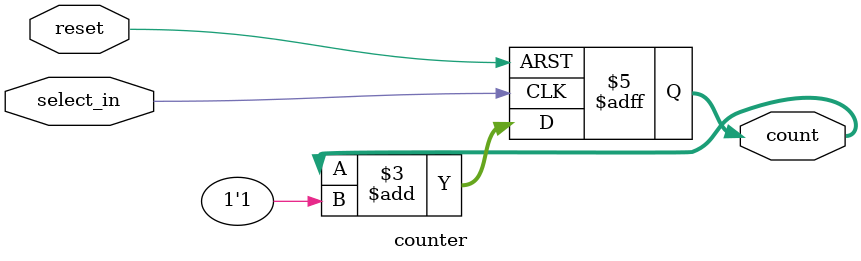
<source format=v>
`timescale 1ns / 1ps

module counter(select_in, reset, count);
    input reset, select_in; // enable determines if incrementer
    output reg [1:0] count;
    initial begin
        count = 0;
    end 
                         
    always @ (posedge select_in or posedge reset) begin
        if (reset) begin
            count <= 0;
        end else begin
            if (select_in == 1) begin
                count <= count + 1'b1;
            end
        end
    end
endmodule

</source>
